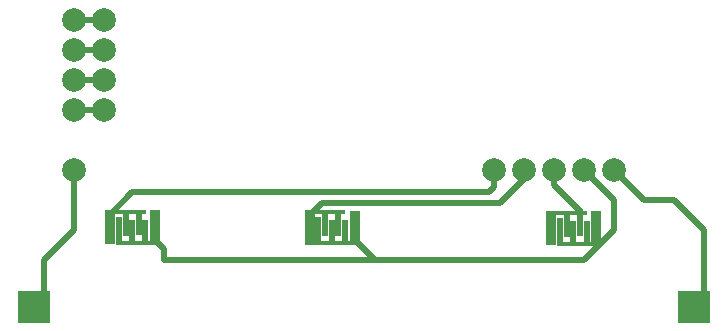
<source format=gbr>
%FSLAX34Y34*%
%MOMM*%
%LNCOPPER_BOTTOM*%
G71*
G01*
%ADD10R,0.900X2.900*%
%ADD11R,0.500X2.100*%
%ADD12R,3.500X0.300*%
%ADD13R,3.700X0.300*%
%ADD14R,2.800X2.800*%
%ADD15C,2.000*%
%ADD16C,0.500*%
%LPD*%
X182959Y763984D02*
G54D10*
D03*
X190500Y762794D02*
G54D11*
D03*
X221059Y763984D02*
G54D10*
D03*
X196056Y777081D02*
G54D12*
D03*
X206375Y750888D02*
G54D13*
D03*
X196056Y767159D02*
G54D11*
D03*
X201612Y760412D02*
G54D11*
D03*
X207169Y767556D02*
G54D11*
D03*
X212725Y760412D02*
G54D11*
D03*
X351631Y763588D02*
G54D10*
D03*
X359172Y762397D02*
G54D11*
D03*
X389731Y763588D02*
G54D10*
D03*
X364728Y776684D02*
G54D12*
D03*
X375047Y750491D02*
G54D13*
D03*
X364728Y766762D02*
G54D11*
D03*
X370284Y760016D02*
G54D11*
D03*
X375841Y767159D02*
G54D11*
D03*
X381397Y760016D02*
G54D11*
D03*
X556419Y763191D02*
G54D10*
D03*
X563959Y762000D02*
G54D11*
D03*
X594519Y763191D02*
G54D10*
D03*
X569516Y776288D02*
G54D12*
D03*
X579834Y750094D02*
G54D13*
D03*
X569516Y766366D02*
G54D11*
D03*
X575072Y759619D02*
G54D11*
D03*
X580628Y766762D02*
G54D11*
D03*
X586184Y759619D02*
G54D11*
D03*
X677466Y696912D02*
G54D14*
D03*
X118269Y696912D02*
G54D14*
D03*
X152400Y939800D02*
G54D15*
D03*
X152400Y914400D02*
G54D15*
D03*
X152400Y889000D02*
G54D15*
D03*
X152400Y863600D02*
G54D15*
D03*
X609600Y812800D02*
G54D15*
D03*
X152400Y812800D02*
G54D15*
D03*
G54D16*
X152400Y812800D02*
X152400Y762000D01*
X127000Y736600D01*
X127000Y705644D01*
X118269Y696912D01*
G54D16*
X609600Y812800D02*
X635000Y787400D01*
X660400Y787400D01*
X685800Y762000D01*
X685800Y705247D01*
X677466Y696912D01*
X584200Y812800D02*
G54D15*
D03*
X558800Y812800D02*
G54D15*
D03*
X533400Y812800D02*
G54D15*
D03*
G54D16*
X584200Y812800D02*
X609600Y787400D01*
X609600Y762000D01*
X584200Y736600D01*
X228600Y736600D01*
G54D16*
X228600Y736600D02*
X228600Y745331D01*
X221853Y752078D01*
G54D16*
X390922Y752475D02*
X406400Y736997D01*
G54D16*
X558800Y812800D02*
X558800Y800100D01*
X581819Y777081D01*
X508000Y812800D02*
G54D15*
D03*
G54D16*
X533400Y812800D02*
X533400Y804862D01*
X512762Y784225D01*
X361950Y784225D01*
X352425Y774700D01*
G54D16*
X508000Y812800D02*
X508000Y798512D01*
X503238Y793750D01*
X201612Y793750D01*
X182562Y774700D01*
X177800Y939800D02*
G54D15*
D03*
X177800Y914400D02*
G54D15*
D03*
X177800Y889000D02*
G54D15*
D03*
X177800Y863600D02*
G54D15*
D03*
G54D16*
X152400Y939800D02*
X177800Y939800D01*
G54D16*
X152400Y914400D02*
X177800Y914400D01*
G54D16*
X152400Y889000D02*
X177800Y889000D01*
G54D16*
X152400Y863600D02*
X177800Y863600D01*
M02*

</source>
